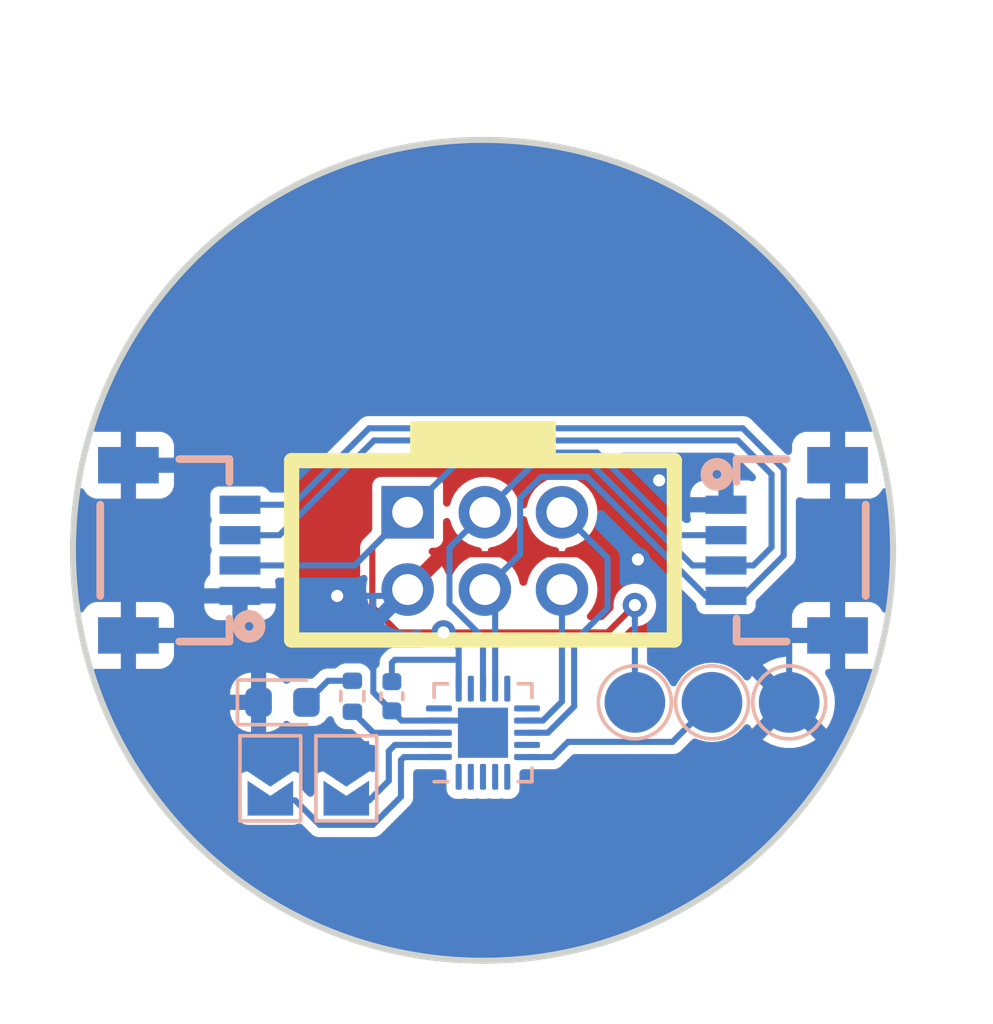
<source format=kicad_pcb>
(kicad_pcb (version 20231212) (generator "pcbnew") (generator_version "7.99")
  (layers (0 "F.Cu" signal) (31 "B.Cu" signal) (34 "B.Paste" user) (35 "F.Paste" user) (36 "B.SilkS" user "B.Silkscreen") (37 "F.SilkS" user "F.Silkscreen") (38 "B.Mask" user) (39 "F.Mask" user) (44 "Edge.Cuts" user))
  (net 0 "")
  (net 1 "SWIO")
  (net 3 "IO1")
  (net 4 "A1")
  (net 5 "A0")
  (net 6 "LED")
  (net 9 "IO2")
  (net 12 "GND")
  (net 13 "+3.3V")
  (net 14 "SDA")
  (net 15 "SCL")
  (net 21 "Net-(D1-A)")
  (footprint "Simple_Addon_v2:Simple_Addon_v2-BADGE-2x3" (layer "F.Cu") (at 0 0)
    (property "Reference" "X1" (hide yes))
    (property "Value" "Simple_Addon_v2" (hide yes))
    (fp_line (start -6.3 -2.95) (end 6.3 -2.95) (stroke (width 0.5)) (layer "F.SilkS"))
    (fp_line (start -6.3 2.95) (end -6.3 -2.95) (stroke (width 0.5)) (layer "F.SilkS"))
    (fp_line (start 6.3 -2.95) (end 6.3 2.95) (stroke (width 0.5)) (layer "F.SilkS"))
    (fp_line (start 6.3 2.95) (end -6.3 2.95) (stroke (width 0.5)) (layer "F.SilkS"))
    (fp_poly (pts (xy 2.3495 -3.0607) (xy -2.3495 -3.0607) (xy -2.3495 -4.2037) (xy 2.3495 -4.2037)) (stroke (width 0.1)) (fill solid) (layer "F.SilkS"))
    (pad "1" thru_hole rect (at -2.48 -1.25 270) (size 1.7272 1.7272) (drill 1.016) (layers "*.Cu" "*.Mask") (net 13 "+3.3V"))
    (pad "2" thru_hole circle (at -2.48 1.29 270) (size 1.7272 1.7272) (drill 1.016) (layers "*.Cu" "*.Mask") (net 12 "GND"))
    (pad "3" thru_hole oval (at 0.06 -1.25 270) (size 1.7272 1.7272) (drill 1.016) (layers "*.Cu" "*.Mask") (net 14 "SDA"))
    (pad "4" thru_hole oval (at 0.06 1.29 270) (size 1.7272 1.7272) (drill 1.016) (layers "*.Cu" "*.Mask") (net 15 "SCL"))
    (pad "5" thru_hole circle (at 2.6 -1.25 270) (size 1.7272 1.7272) (drill 1.016) (layers "*.Cu" "*.Mask") (net 3 "IO1"))
    (pad "6" thru_hole circle (at 2.6 1.29 270) (size 1.7272 1.7272) (drill 1.016) (layers "*.Cu" "*.Mask") (net 9 "IO2"))
  )
  (footprint "custom:OSHW-Logo2_7.3x6mm_Mask" (layer "B.Cu") (at -7.5 -7.5 180)
    (property "Reference" "N1" (hide yes))
    (property "Value" "OSHW" (hide yes))
  )
  (footprint "TestPoint:TestPoint_Pad_D2.0mm" (layer "B.Cu") (at 10.08 5 180)
    (property "Reference" "TP3" (hide yes))
    (property "Value" "GND" (hide yes))
    (fp_circle (center 0 0) (end 0 -1.2) (stroke (width 0.12)) (fill none) (layer "B.SilkS"))
    (pad "1" smd circle (at 0 0 180) (size 2 2) (layers "B.Cu" "B.Mask") (net 12 "GND"))
  )
  (footprint "Package_DFN_QFN:QFN-20-1EP_3x3mm_P0.4mm_EP1.65x1.65mm" (layer "B.Cu") (at 0 6)
    (property "Reference" "U1" (hide yes))
    (property "Value" "CH32V003F4U6" (hide yes))
    (fp_line (start -1.61 -1.61) (end -1.16 -1.61) (stroke (width 0.12)) (layer "B.SilkS"))
    (fp_line (start -1.61 -1.16) (end -1.61 -1.61) (stroke (width 0.12)) (layer "B.SilkS"))
    (fp_line (start -1.61 1.61) (end -1.16 1.61) (stroke (width 0.12)) (layer "B.SilkS"))
    (fp_line (start 1.61 -1.61) (end 1.16 -1.61) (stroke (width 0.12)) (layer "B.SilkS"))
    (fp_line (start 1.61 -1.16) (end 1.61 -1.61) (stroke (width 0.12)) (layer "B.SilkS"))
    (fp_line (start 1.61 1.16) (end 1.61 1.61) (stroke (width 0.12)) (layer "B.SilkS"))
    (fp_line (start 1.61 1.61) (end 1.16 1.61) (stroke (width 0.12)) (layer "B.SilkS"))
    (pad "1" smd roundrect (at -1.45 0.8) (size 0.85 0.2) (layers "B.Cu" "B.Paste" "B.Mask") (net 4 "A1"))
    (pad "2" smd roundrect (at -1.45 0.4) (size 0.85 0.2) (layers "B.Cu" "B.Paste" "B.Mask") (net 5 "A0"))
    (pad "3" smd roundrect (at -1.45 0) (size 0.85 0.2) (layers "B.Cu" "B.Paste" "B.Mask") (net 6 "LED"))
    (pad "4" smd roundrect (at -1.45 -0.4) (size 0.85 0.2) (layers "B.Cu" "B.Paste" "B.Mask") (net 12 "GND"))
    (pad "5" smd roundrect (at -1.45 -0.8) (size 0.85 0.2) (layers "B.Cu" "B.Paste" "B.Mask"))
    (pad "6" smd roundrect (at -0.8 -1.45) (size 0.2 0.85) (layers "B.Cu" "B.Paste" "B.Mask") (net 13 "+3.3V"))
    (pad "7" smd roundrect (at -0.4 -1.45) (size 0.2 0.85) (layers "B.Cu" "B.Paste" "B.Mask"))
    (pad "8" smd roundrect (at 0 -1.45) (size 0.2 0.85) (layers "B.Cu" "B.Paste" "B.Mask") (net 14 "SDA"))
    (pad "9" smd roundrect (at 0.4 -1.45) (size 0.2 0.85) (layers "B.Cu" "B.Paste" "B.Mask") (net 15 "SCL"))
    (pad "10" smd roundrect (at 0.8 -1.45) (size 0.2 0.85) (layers "B.Cu" "B.Paste" "B.Mask"))
    (pad "11" smd roundrect (at 1.45 -0.8) (size 0.85 0.2) (layers "B.Cu" "B.Paste" "B.Mask"))
    (pad "12" smd roundrect (at 1.45 -0.4) (size 0.85 0.2) (layers "B.Cu" "B.Paste" "B.Mask") (net 9 "IO2"))
    (pad "13" smd roundrect (at 1.45 0) (size 0.85 0.2) (layers "B.Cu" "B.Paste" "B.Mask") (net 3 "IO1"))
    (pad "14" smd roundrect (at 1.45 0.4) (size 0.85 0.2) (layers "B.Cu" "B.Paste" "B.Mask"))
    (pad "15" smd roundrect (at 1.45 0.8) (size 0.85 0.2) (layers "B.Cu" "B.Paste" "B.Mask") (net 1 "SWIO"))
    (pad "16" smd roundrect (at 0.8 1.45) (size 0.2 0.85) (layers "B.Cu" "B.Paste" "B.Mask"))
    (pad "17" smd roundrect (at 0.4 1.45) (size 0.2 0.85) (layers "B.Cu" "B.Paste" "B.Mask"))
    (pad "18" smd roundrect (at 0 1.45) (size 0.2 0.85) (layers "B.Cu" "B.Paste" "B.Mask"))
    (pad "19" smd roundrect (at -0.4 1.45) (size 0.2 0.85) (layers "B.Cu" "B.Paste" "B.Mask"))
    (pad "20" smd roundrect (at -0.8 1.45) (size 0.2 0.85) (layers "B.Cu" "B.Paste" "B.Mask"))
    (pad "21" smd rect (at 0 0) (size 1.65 1.65) (layers "B.Cu" "B.Mask") (net 12 "GND"))
  )
  (footprint "TestPoint:TestPoint_Pad_D2.0mm" (layer "B.Cu") (at 7.54 5 180)
    (property "Reference" "TP2" (hide yes))
    (property "Value" "SWIO" (hide yes))
    (fp_circle (center 0 0) (end 0 -1.2) (stroke (width 0.12)) (fill none) (layer "B.SilkS"))
    (pad "1" smd circle (at 0 0 180) (size 2 2) (layers "B.Cu" "B.Mask") (net 1 "SWIO"))
  )
  (footprint "Jumper:SolderJumper-2_P1.3mm_Open_TrianglePad1.0x1.5mm" (layer "B.Cu") (at -7 7.5 -90)
    (property "Reference" "JP1" (hide yes))
    (property "Value" "A1" (hide yes))
    (fp_line (start -1.4 1) (end -1.4 -1) (stroke (width 0.12)) (layer "B.SilkS"))
    (fp_line (start 1.4 1) (end -1.4 1) (stroke (width 0.12)) (layer "B.SilkS"))
    (fp_line (start -1.4 -1) (end 1.4 -1) (stroke (width 0.12)) (layer "B.SilkS"))
    (fp_line (start 1.4 -1) (end 1.4 1) (stroke (width 0.12)) (layer "B.SilkS"))
    (pad "1" smd custom (at -0.725 0 270) (size 0.3 0.3) (layers "B.Cu" "B.Mask") (net 12 "GND") (options (clearance outline) (anchor rect)) (primitives (gr_poly (pts (xy 1 0) (xy 0.5 -0.75) (xy -0.5 -0.75) (xy -0.5 0.75) (xy 0.5 0.75)) (width 0) (fill yes))))
    (pad "2" smd custom (at 0.725 0 270) (size 0.3 0.3) (layers "B.Cu" "B.Mask") (net 4 "A1") (options (clearance outline) (anchor rect)) (primitives (gr_poly (pts (xy 0.5 -0.75) (xy -0.65 -0.75) (xy -0.15 0) (xy -0.65 0.75) (xy 0.5 0.75)) (width 0) (fill yes))))
  )
  (footprint "custom:1X04_1MM_RA_GND" (layer "B.Cu") (at -8 0 90)
    (property "Reference" "J1" (hide yes))
    (property "Value" "I2C" (hide yes))
    (fp_line (start -1.4986 -4.59994) (end 1.4986 -4.59994) (stroke (width 0.254)) (layer "B.SilkS"))
    (fp_line (start -2.99974 -1.99898) (end -2.99974 -0.34798) (stroke (width 0.254)) (layer "B.SilkS"))
    (fp_line (start 2.99974 -0.34798) (end 2.99974 -1.99898) (stroke (width 0.254)) (layer "B.SilkS"))
    (fp_line (start 2.2479 -0.34798) (end 2.99974 -0.34798) (stroke (width 0.254)) (layer "B.SilkS"))
    (fp_line (start -2.99974 -0.34798) (end -2.2479 -0.34798) (stroke (width 0.254)) (layer "B.SilkS"))
    (fp_circle (center -2.49936 0.29972) (end -2.49936 0.43942) (stroke (width 0.39878)) (fill none) (layer "B.SilkS"))
    (pad "1" smd rect (at -1.4986 0 270) (size 0.59944 1.34874) (layers "B.Cu" "B.Paste" "B.Mask") (net 12 "GND"))
    (pad "2" smd rect (at -0.49784 0 270) (size 0.59944 1.34874) (layers "B.Cu" "B.Paste" "B.Mask") (net 13 "+3.3V"))
    (pad "3" smd rect (at 0.49784 0 270) (size 0.59944 1.34874) (layers "B.Cu" "B.Paste" "B.Mask") (net 14 "SDA"))
    (pad "4" smd rect (at 1.4986 0 270) (size 0.59944 1.34874) (layers "B.Cu" "B.Paste" "B.Mask") (net 15 "SCL"))
    (pad "5" smd rect (at -2.79908 -3.67284 270) (size 1.19888 1.99898) (layers "B.Cu" "B.Paste" "B.Mask") (net 12 "GND"))
    (pad "6" smd rect (at 2.79908 -3.67284 270) (size 1.19888 1.99898) (layers "B.Cu" "B.Paste" "B.Mask") (net 12 "GND"))
  )
  (footprint "custom:1X04_1MM_RA_GND" (layer "B.Cu") (at 8 0 -90)
    (property "Reference" "J2" (hide yes))
    (property "Value" "I2C" (hide yes))
    (fp_line (start -2.99974 -0.34798) (end -2.2479 -0.34798) (stroke (width 0.254)) (layer "B.SilkS"))
    (fp_line (start 2.2479 -0.34798) (end 2.99974 -0.34798) (stroke (width 0.254)) (layer "B.SilkS"))
    (fp_line (start 2.99974 -0.34798) (end 2.99974 -1.99898) (stroke (width 0.254)) (layer "B.SilkS"))
    (fp_line (start -2.99974 -1.99898) (end -2.99974 -0.34798) (stroke (width 0.254)) (layer "B.SilkS"))
    (fp_line (start -1.4986 -4.59994) (end 1.4986 -4.59994) (stroke (width 0.254)) (layer "B.SilkS"))
    (fp_circle (center -2.49936 0.29972) (end -2.49936 0.43942) (stroke (width 0.39878)) (fill none) (layer "B.SilkS"))
    (pad "1" smd rect (at -1.4986 0 90) (size 0.59944 1.34874) (layers "B.Cu" "B.Paste" "B.Mask") (net 12 "GND"))
    (pad "2" smd rect (at -0.49784 0 90) (size 0.59944 1.34874) (layers "B.Cu" "B.Paste" "B.Mask") (net 13 "+3.3V"))
    (pad "3" smd rect (at 0.49784 0 90) (size 0.59944 1.34874) (layers "B.Cu" "B.Paste" "B.Mask") (net 14 "SDA"))
    (pad "4" smd rect (at 1.4986 0 90) (size 0.59944 1.34874) (layers "B.Cu" "B.Paste" "B.Mask") (net 15 "SCL"))
    (pad "5" smd rect (at -2.79908 -3.67284 90) (size 1.19888 1.99898) (layers "B.Cu" "B.Paste" "B.Mask") (net 12 "GND"))
    (pad "6" smd rect (at 2.79908 -3.67284 90) (size 1.19888 1.99898) (layers "B.Cu" "B.Paste" "B.Mask") (net 12 "GND"))
  )
  (footprint "Jumper:SolderJumper-2_P1.3mm_Open_TrianglePad1.0x1.5mm" (layer "B.Cu") (at -4.5 7.5 -90)
    (property "Reference" "JP2" (hide yes))
    (property "Value" "A0" (hide yes))
    (fp_line (start -1.4 1) (end -1.4 -1) (stroke (width 0.12)) (layer "B.SilkS"))
    (fp_line (start 1.4 1) (end -1.4 1) (stroke (width 0.12)) (layer "B.SilkS"))
    (fp_line (start -1.4 -1) (end 1.4 -1) (stroke (width 0.12)) (layer "B.SilkS"))
    (fp_line (start 1.4 -1) (end 1.4 1) (stroke (width 0.12)) (layer "B.SilkS"))
    (pad "1" smd custom (at -0.725 0 270) (size 0.3 0.3) (layers "B.Cu" "B.Mask") (net 12 "GND") (options (clearance outline) (anchor rect)) (primitives (gr_poly (pts (xy 1 0) (xy 0.5 -0.75) (xy -0.5 -0.75) (xy -0.5 0.75) (xy 0.5 0.75)) (width 0) (fill yes))))
    (pad "2" smd custom (at 0.725 0 270) (size 0.3 0.3) (layers "B.Cu" "B.Mask") (net 5 "A0") (options (clearance outline) (anchor rect)) (primitives (gr_poly (pts (xy 0.5 -0.75) (xy -0.65 -0.75) (xy -0.15 0) (xy -0.65 0.75) (xy 0.5 0.75)) (width 0) (fill yes))))
  )
  (footprint "Resistor_SMD:R_0402_1005Metric" (layer "B.Cu") (at -4.3 4.8 -90)
    (property "Reference" "R1" (hide yes))
    (property "Value" "270" (hide yes))
    (fp_line (start 0.153641 0.38) (end -0.153641 0.38) (stroke (width 0.12)) (layer "B.SilkS"))
    (fp_line (start 0.153641 -0.38) (end -0.153641 -0.38) (stroke (width 0.12)) (layer "B.SilkS"))
    (pad "1" smd roundrect (at -0.51 0 270) (size 0.54 0.64) (layers "B.Cu" "B.Paste" "B.Mask") (net 21 "Net-(D1-A)"))
    (pad "2" smd roundrect (at 0.51 0 270) (size 0.54 0.64) (layers "B.Cu" "B.Paste" "B.Mask") (net 6 "LED"))
  )
  (footprint "TestPoint:TestPoint_Pad_D2.0mm" (layer "B.Cu") (at 5 5 180)
    (property "Reference" "TP1" (hide yes))
    (property "Value" "3.3v" (hide yes))
    (fp_circle (center 0 0) (end 0 -1.2) (stroke (width 0.12)) (fill none) (layer "B.SilkS"))
    (pad "1" smd circle (at 0 0 180) (size 2 2) (layers "B.Cu" "B.Mask") (net 13 "+3.3V"))
  )
  (footprint "Capacitor_SMD:C_0402_1005Metric" (layer "B.Cu") (at -3 4.8 90)
    (property "Reference" "C1" (hide yes))
    (property "Value" "100n" (hide yes))
    (fp_line (start 0.107836 -0.36) (end -0.107836 -0.36) (stroke (width 0.12)) (layer "B.SilkS"))
    (fp_line (start 0.107836 0.36) (end -0.107836 0.36) (stroke (width 0.12)) (layer "B.SilkS"))
    (pad "1" smd roundrect (at -0.48 0 90) (size 0.56 0.62) (layers "B.Cu" "B.Paste" "B.Mask") (net 12 "GND"))
    (pad "2" smd roundrect (at 0.48 0 90) (size 0.56 0.62) (layers "B.Cu" "B.Paste" "B.Mask") (net 13 "+3.3V"))
  )
  (footprint "LED_SMD:LED_0603_1608Metric" (layer "B.Cu") (at -6.6 5)
    (property "Reference" "D1" (hide yes))
    (property "Value" "LED" (hide yes))
    (fp_line (start -1.485 -0.735) (end -1.485 0.735) (stroke (width 0.12)) (layer "B.SilkS"))
    (fp_line (start -1.485 0.735) (end 0.8 0.735) (stroke (width 0.12)) (layer "B.SilkS"))
    (fp_line (start 0.8 -0.735) (end -1.485 -0.735) (stroke (width 0.12)) (layer "B.SilkS"))
    (pad "1" smd roundrect (at -0.7875 0) (size 0.875 0.95) (layers "B.Cu" "B.Paste" "B.Mask") (net 12 "GND"))
    (pad "2" smd roundrect (at 0.7875 0) (size 0.875 0.95) (layers "B.Cu" "B.Paste" "B.Mask") (net 21 "Net-(D1-A)"))
  )
  (gr_circle (center 0 0) (end 13.5 0) (stroke (width 0.2)) (fill none) (layer "Edge.Cuts"))
  (segment (start 7.54 5) (end 6.24 6.3) (width 0.2) (layer "B.Cu") (net 1))
  (segment (start 2.3 6.8) (end 1.45 6.8) (width 0.2) (layer "B.Cu") (net 1))
  (segment (start 6.24 6.3) (end 2.8 6.3) (width 0.2) (layer "B.Cu") (net 1))
  (segment (start 2.8 6.3) (end 2.3 6.8) (width 0.2) (layer "B.Cu") (net 1))
  (segment (start 1.45 6) (end 2.137046 6) (width 0.2) (layer "B.Cu") (net 3))
  (segment (start 4.1 1.9) (end 4.1 0.25) (width 0.2) (layer "B.Cu") (net 3))
  (segment (start 2.137046 6) (end 3 5.137045) (width 0.2) (layer "B.Cu") (net 3))
  (segment (start 3 3) (end 4.1 1.9) (width 0.2) (layer "B.Cu") (net 3))
  (segment (start 3 5.137045) (end 3 3) (width 0.2) (layer "B.Cu") (net 3))
  (segment (start 4.1 0.25) (end 2.6 -1.25) (width 0.2) (layer "B.Cu") (net 3))
  (segment (start -3.623664 9.03) (end -5.376336 9.03) (width 0.2) (layer "B.Cu") (net 4))
  (segment (start -5.376336 9.03) (end -6.181336 8.225) (width 0.2) (layer "B.Cu") (net 4))
  (segment (start -2.7 8.106336) (end -3.623664 9.03) (width 0.2) (layer "B.Cu") (net 4))
  (segment (start -6.181336 8.225) (end -7 8.225) (width 0.2) (layer "B.Cu") (net 4))
  (segment (start -1.45 6.8) (end -2.6 6.8) (width 0.2) (layer "B.Cu") (net 4))
  (segment (start -2.6 6.8) (end -2.7 6.9) (width 0.2) (layer "B.Cu") (net 4))
  (segment (start -2.7 6.9) (end -2.7 8.106336) (width 0.2) (layer "B.Cu") (net 4))
  (segment (start -4.5 8.225) (end -3.745 8.225) (width 0.2) (layer "B.Cu") (net 5))
  (segment (start -2.9 6.4) (end -1.45 6.4) (width 0.2) (layer "B.Cu") (net 5))
  (segment (start -3.745 8.225) (end -3.1 7.58) (width 0.2) (layer "B.Cu") (net 5))
  (segment (start -3.1 7.58) (end -3.1 6.6) (width 0.2) (layer "B.Cu") (net 5))
  (segment (start -3.1 6.6) (end -2.9 6.4) (width 0.2) (layer "B.Cu") (net 5))
  (segment (start -3.61 6) (end -4.3 5.31) (width 0.2) (layer "B.Cu") (net 6))
  (segment (start -1.45 6) (end -3.61 6) (width 0.2) (layer "B.Cu") (net 6))
  (segment (start 1.45 5.6) (end 1.97136 5.6) (width 0.2) (layer "B.Cu") (net 9))
  (segment (start 2.6 4.97136) (end 2.6 1.29) (width 0.2) (layer "B.Cu") (net 9))
  (segment (start 1.97136 5.6) (end 2.6 4.97136) (width 0.2) (layer "B.Cu") (net 9))
  (segment (start 5.05 -1.55) (end 5.8 -2.3) (width 0.2) (layer "F.Cu") (net 12))
  (segment (start 4.9264 0.1264) (end 3.3736 0.1264) (width 0.2) (layer "F.Cu") (net 12))
  (segment (start 5.1 0.3) (end 4.9264 0.1264) (width 0.2) (layer "F.Cu") (net 12))
  (segment (start -2.48 1.29) (end -1.3164 0.1264) (width 0.2) (layer "F.Cu") (net 12))
  (segment (start 5.05 0.25) (end 5.05 -1.55) (width 0.2) (layer "F.Cu") (net 12))
  (segment (start 5.1 0.3) (end 5.05 0.25) (width 0.2) (layer "F.Cu") (net 12))
  (segment (start -1.3164 0.1264) (end 3.3736 0.1264) (width 0.2) (layer "F.Cu") (net 12))
  (via (at 5.8 -2.3) (size 0.8) (drill 0.4) (layers "F.Cu" "B.Cu") (net 12))
  (via (at 5.1 0.3) (size 0.8) (drill 0.4) (layers "F.Cu" "B.Cu") (net 12))
  (via (at -4.8 1.5) (size 0.8) (drill 0.4) (layers "F.Cu" "B.Cu") (net 12))
  (segment (start -8 1.4986) (end -11.67144 1.4986) (width 0.2) (layer "B.Cu") (net 12))
  (segment (start -0.4 5.6) (end 0 6) (width 0.2) (layer "B.Cu") (net 12))
  (segment (start -7 6.4) (end -7.4 6) (width 0.2) (layer "B.Cu") (net 12))
  (segment (start 10.08 2.81908) (end 10.1 2.79908) (width 0.2) (layer "B.Cu") (net 12))
  (segment (start -4.8014 1.4986) (end -4.8 1.5) (width 0.2) (layer "B.Cu") (net 12))
  (segment (start -7.3875 2.8875) (end -6.7 2.2) (width 0.2) (layer "B.Cu") (net 12))
  (segment (start -3.61 4.67) (end -3.61 1.5086) (width 0.2) (layer "B.Cu") (net 12))
  (segment (start -2.6886 1.4986) (end -2.48 1.29) (width 0.2) (layer "B.Cu") (net 12))
  (segment (start 11.67284 -2.79908) (end 11.67284 2.79908) (width 0.2) (layer "B.Cu") (net 12))
  (segment (start -1.45 5.6) (end -2.68 5.6) (width 0.2) (layer "B.Cu") (net 12))
  (segment (start 11.67284 2.79908) (end 10.1 2.79908) (width 0.2) (layer "B.Cu") (net 12))
  (segment (start -7 6.775) (end -7 6.4) (width 0.2) (layer "B.Cu") (net 12))
  (segment (start 5.1 0.3) (end 5.1 0.2) (width 0.2) (layer "B.Cu") (net 12))
  (segment (start -3.6 1.4986) (end -2.6886 1.4986) (width 0.2) (layer "B.Cu") (net 12))
  (segment (start 10.08 5) (end 10.08 2.81908) (width 0.2) (layer "B.Cu") (net 12))
  (segment (start -8 1.4986) (end -6.7 1.4986) (width 0.2) (layer "B.Cu") (net 12))
  (segment (start -4.7986 1.4986) (end -3.6 1.4986) (width 0.2) (layer "B.Cu") (net 12))
  (segment (start 6.6014 -1.4986) (end 5.8 -2.3) (width 0.2) (layer "B.Cu") (net 12))
  (segment (start -6.7 2.2) (end -6.7 1.4986) (width 0.2) (layer "B.Cu") (net 12))
  (segment (start -3.61 1.5086) (end -3.6 1.4986) (width 0.2) (layer "B.Cu") (net 12))
  (segment (start 5.2 0.3) (end 5.1 0.3) (width 0.2) (layer "B.Cu") (net 12))
  (segment (start -7.4 6) (end -7.3875 5.9875) (width 0.2) (layer "B.Cu") (net 12))
  (segment (start -7.3875 5.9875) (end -7.3875 5) (width 0.2) (layer "B.Cu") (net 12))
  (segment (start -1.45 5.6) (end -0.4 5.6) (width 0.2) (layer "B.Cu") (net 12))
  (segment (start -2.68 5.6) (end -3 5.28) (width 0.2) (layer "B.Cu") (net 12))
  (segment (start -11.67284 1.5) (end -11.67284 2.79908) (width 0.2) (layer "B.Cu") (net 12))
  (segment (start 10.1 2.79908) (end 7.69908 2.79908) (width 0.2) (layer "B.Cu") (net 12))
  (segment (start -11.67284 -2.79908) (end -11.67284 1.5) (width 0.2) (layer "B.Cu") (net 12))
  (segment (start 7.69908 2.79908) (end 5.2 0.3) (width 0.2) (layer "B.Cu") (net 12))
  (segment (start -11.67144 1.4986) (end -11.67284 1.5) (width 0.2) (layer "B.Cu") (net 12))
  (segment (start -4.8 1.5) (end -4.7986 1.4986) (width 0.2) (layer "B.Cu") (net 12))
  (segment (start -6.7 1.4986) (end -4.8014 1.4986) (width 0.2) (layer "B.Cu") (net 12))
  (segment (start -4.5 6.775) (end -7 6.775) (width 0.2) (layer "B.Cu") (net 12))
  (segment (start -7.3875 5) (end -7.3875 2.8875) (width 0.2) (layer "B.Cu") (net 12))
  (segment (start -3 5.28) (end -3.61 4.67) (width 0.2) (layer "B.Cu") (net 12))
  (segment (start 8 -1.4986) (end 6.6014 -1.4986) (width 0.2) (layer "B.Cu") (net 12))
  (segment (start 4.1 2.7) (end -1.3 2.7) (width 0.2) (layer "F.Cu") (net 13))
  (segment (start -2.8 2.7) (end -1.3 2.7) (width 0.2) (layer "F.Cu") (net 13))
  (segment (start -3.6436 1.8564) (end -2.8 2.7) (width 0.2) (layer "F.Cu") (net 13))
  (segment (start -3.6436 -0.0864) (end -3.6436 1.8564) (width 0.2) (layer "F.Cu") (net 13))
  (segment (start -2.48 -1.25) (end -3.6436 -0.0864) (width 0.2) (layer "F.Cu") (net 13))
  (segment (start 5 1.8) (end 4.1 2.7) (width 0.2) (layer "F.Cu") (net 13))
  (via (at 5 1.8) (size 0.8) (drill 0.4) (layers "F.Cu" "B.Cu") (net 13))
  (via (at -1.3 2.7) (size 0.8) (drill 0.4) (layers "F.Cu" "B.Cu") (net 13))
  (segment (start -4.22784 0.49784) (end -2.48 -1.25) (width 0.2) (layer "B.Cu") (net 13))
  (segment (start -0.8 4.55) (end -0.8 3.8) (width 0.2) (layer "B.Cu") (net 13))
  (segment (start -0.5164 -3.2136) (end -2.48 -1.25) (width 0.2) (layer "B.Cu") (net 13))
  (segment (start -0.8 3.6) (end -0.8 3.2) (width 0.2) (layer "B.Cu") (net 13))
  (segment (start -8 0.49784) (end -4.22784 0.49784) (width 0.2) (layer "B.Cu") (net 13))
  (segment (start 8 -0.49784) (end 6.467846 -0.49784) (width 0.2) (layer "B.Cu") (net 13))
  (segment (start 3.752086 -3.2136) (end -0.5164 -3.2136) (width 0.2) (layer "B.Cu") (net 13))
  (segment (start -0.8 3.2) (end -1.3 2.7) (width 0.2) (layer "B.Cu") (net 13))
  (segment (start -3 4.32) (end -3 3.7) (width 0.2) (layer "B.Cu") (net 13))
  (segment (start -0.8 3.8) (end -0.8 3.6) (width 0.2) (layer "B.Cu") (net 13))
  (segment (start 5 5) (end 5 1.8) (width 0.2) (layer "B.Cu") (net 13))
  (segment (start -0.8 3.6) (end -2.9 3.6) (width 0.2) (layer "B.Cu") (net 13))
  (segment (start 6.467846 -0.49784) (end 3.752086 -3.2136) (width 0.2) (layer "B.Cu") (net 13))
  (segment (start -3 3.7) (end -2.9 3.6) (width 0.2) (layer "B.Cu") (net 13))
  (segment (start 0 4.55) (end 0 2.875579) (width 0.2) (layer "B.Cu") (net 14))
  (segment (start -6.70216 -0.49784) (end -3.5864 -3.6136) (width 0.2) (layer "B.Cu") (net 14))
  (segment (start 8.90216 0.49784) (end 8 0.49784) (width 0.2) (layer "B.Cu") (net 14))
  (segment (start 3.5864 -2.8136) (end 6.89784 0.49784) (width 0.2) (layer "B.Cu") (net 14))
  (segment (start 9.5 -0.1) (end 8.90216 0.49784) (width 0.2) (layer "B.Cu") (net 14))
  (segment (start 6.89784 0.49784) (end 8 0.49784) (width 0.2) (layer "B.Cu") (net 14))
  (segment (start 0.06 -1.25) (end 1.6236 -2.8136) (width 0.2) (layer "B.Cu") (net 14))
  (segment (start 1.6236 -2.8136) (end 3.5864 -2.8136) (width 0.2) (layer "B.Cu") (net 14))
  (segment (start -1.1036 1.771979) (end -1.1036 -0.0864) (width 0.2) (layer "B.Cu") (net 14))
  (segment (start -8 -0.49784) (end -6.70216 -0.49784) (width 0.2) (layer "B.Cu") (net 14))
  (segment (start 9.5 -2.5) (end 9.5 -0.1) (width 0.2) (layer "B.Cu") (net 14))
  (segment (start -3.5864 -3.6136) (end 8.3864 -3.6136) (width 0.2) (layer "B.Cu") (net 14))
  (segment (start -1.1036 -0.0864) (end 0.06 -1.25) (width 0.2) (layer "B.Cu") (net 14))
  (segment (start 0 2.875579) (end -1.1036 1.771979) (width 0.2) (layer "B.Cu") (net 14))
  (segment (start 8.3864 -3.6136) (end 9.5 -2.5) (width 0.2) (layer "B.Cu") (net 14))
  (segment (start 1.2236 0.1264) (end 1.2236 -1.7236) (width 0.2) (layer "B.Cu") (net 15))
  (segment (start 0.4 4.55) (end 0.4 1.63) (width 0.2) (layer "B.Cu") (net 15))
  (segment (start 1.2236 -1.7236) (end 1.9136 -2.4136) (width 0.2) (layer "B.Cu") (net 15))
  (segment (start -8 -1.4986) (end -6.267086 -1.4986) (width 0.2) (layer "B.Cu") (net 15))
  (segment (start -6.267086 -1.4986) (end -3.752085 -4.0136) (width 0.2) (layer "B.Cu") (net 15))
  (segment (start 0.06 1.29) (end 1.2236 0.1264) (width 0.2) (layer "B.Cu") (net 15))
  (segment (start 7.332914 1.4986) (end 8 1.4986) (width 0.2) (layer "B.Cu") (net 15))
  (segment (start 0.4 1.63) (end 0.06 1.29) (width 0.2) (layer "B.Cu") (net 15))
  (segment (start 8.552086 -4.0136) (end 9.9 -2.665685) (width 0.2) (layer "B.Cu") (net 15))
  (segment (start 3.420714 -2.4136) (end 7.332914 1.4986) (width 0.2) (layer "B.Cu") (net 15))
  (segment (start 8.57333 1.4986) (end 8 1.4986) (width 0.2) (layer "B.Cu") (net 15))
  (segment (start 9.9 0.17193) (end 8.57333 1.4986) (width 0.2) (layer "B.Cu") (net 15))
  (segment (start 1.9136 -2.4136) (end 3.420714 -2.4136) (width 0.2) (layer "B.Cu") (net 15))
  (segment (start 9.9 -2.665685) (end 9.9 0.17193) (width 0.2) (layer "B.Cu") (net 15))
  (segment (start -3.752085 -4.0136) (end 8.552086 -4.0136) (width 0.2) (layer "B.Cu") (net 15))
  (segment (start -5.1025 4.29) (end -5.8125 5) (width 0.2) (layer "B.Cu") (net 21))
  (segment (start -4.3 4.29) (end -5.1025 4.29) (width 0.2) (layer "B.Cu") (net 21))
  (zone (net 12) (net_name "GND") (layer "F.Cu") (priority 1) (connect_pads (clearance 0.3)) (min_thickness 0.25) (fill yes (thermal_gap 0.5) (thermal_bridge_width 0.5))
    (polygon (pts (xy -6.3 -3) (xy 6.3 -3) (xy 6.3 3) (xy -6.3 3)))
  )
  (zone (net 12) (net_name "GND") (layer "B.Cu") (connect_pads (clearance 0.3)) (min_thickness 0.25) (fill yes (thermal_gap 0.5) (thermal_bridge_width 0.5))
    (polygon (pts (xy -15.8 -18.1) (xy 16.8 -18.1) (xy 16.7 15.6) (xy -15.9 15.5)))
  )
)
</source>
